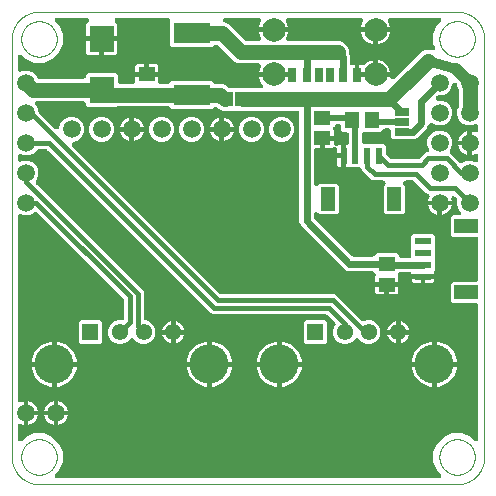
<source format=gtl>
G04 EAGLE Gerber RS-274X export*
G75*
%MOMM*%
%FSLAX34Y34*%
%LPD*%
%INTop layer*%
%IPPOS*%
%AMOC8*
5,1,8,0,0,1.08239X$1,22.5*%
G01*
G04 Define Apertures*
%ADD10C,0.000000*%
%ADD11R,1.380000X1.380000*%
%ADD12C,1.380000*%
%ADD13C,3.316000*%
%ADD14C,1.500000*%
%ADD15R,0.700000X1.200000*%
%ADD16R,0.760000X1.200000*%
%ADD17R,0.800000X1.200000*%
%ADD18C,2.010000*%
%ADD19R,3.150000X1.780000*%
%ADD20R,2.123900X2.284100*%
%ADD21R,1.200000X2.000000*%
%ADD22R,0.600000X1.350000*%
%ADD23R,1.465300X1.164600*%
%ADD24R,2.000000X1.200000*%
%ADD25R,1.350000X0.600000*%
%ADD26R,0.635000X1.270000*%
%ADD27R,1.270000X0.635000*%
%ADD28R,1.164600X1.465300*%
%ADD29C,0.812800*%
%ADD30C,1.270000*%
%ADD31C,0.609600*%
%ADD32C,1.016000*%
%ADD33C,0.508000*%
%ADD34C,0.406400*%
%ADD35C,0.704800*%
%ADD36C,0.152400*%
G36*
X211394Y335314D02*
X210601Y335153D01*
X185074Y335153D01*
X184312Y335302D01*
X183638Y335748D01*
X181969Y337417D01*
X178514Y338848D01*
X172804Y338848D01*
X172042Y338997D01*
X171367Y339443D01*
X169413Y341398D01*
X135387Y341398D01*
X133433Y339443D01*
X132788Y339009D01*
X131996Y338848D01*
X126199Y338848D01*
X125466Y338985D01*
X124785Y339420D01*
X124327Y340087D01*
X124167Y340880D01*
X124167Y345099D01*
X104434Y345099D01*
X104434Y340880D01*
X104297Y340148D01*
X103861Y339466D01*
X103194Y339009D01*
X102402Y338848D01*
X91900Y338848D01*
X91167Y338985D01*
X90486Y339420D01*
X90028Y340087D01*
X89868Y340880D01*
X89868Y346642D01*
X88082Y348428D01*
X64318Y348428D01*
X62533Y346642D01*
X62533Y345389D01*
X62396Y344657D01*
X61960Y343975D01*
X61293Y343518D01*
X60501Y343357D01*
X23260Y343357D01*
X22512Y343500D01*
X21835Y343941D01*
X21383Y344611D01*
X20942Y345675D01*
X17975Y348642D01*
X14098Y350248D01*
X9902Y350248D01*
X7890Y349415D01*
X7177Y349261D01*
X6380Y349396D01*
X5698Y349832D01*
X5241Y350499D01*
X5080Y351292D01*
X5080Y361617D01*
X5205Y362319D01*
X5630Y363007D01*
X6290Y363475D01*
X7080Y363649D01*
X7875Y363500D01*
X8549Y363054D01*
X11626Y359977D01*
X19006Y356920D01*
X26994Y356920D01*
X34374Y359977D01*
X40023Y365626D01*
X43080Y373006D01*
X43080Y380994D01*
X40023Y388374D01*
X36946Y391451D01*
X36538Y392036D01*
X36352Y392823D01*
X36488Y393621D01*
X36924Y394302D01*
X37591Y394759D01*
X38383Y394920D01*
X63341Y394920D01*
X64043Y394795D01*
X64732Y394370D01*
X65199Y393710D01*
X65373Y392920D01*
X65225Y392125D01*
X64778Y391451D01*
X63041Y389714D01*
X63041Y379273D01*
X89360Y379273D01*
X89360Y389714D01*
X87622Y391451D01*
X87214Y392036D01*
X87028Y392823D01*
X87163Y393621D01*
X87599Y394302D01*
X88266Y394759D01*
X89059Y394920D01*
X131704Y394920D01*
X132406Y394795D01*
X133094Y394370D01*
X133562Y393710D01*
X133736Y392920D01*
X133602Y392204D01*
X133602Y371587D01*
X135387Y369802D01*
X169413Y369802D01*
X171367Y371757D01*
X172012Y372191D01*
X172804Y372352D01*
X173066Y372352D01*
X173828Y372203D01*
X174502Y371757D01*
X188467Y357793D01*
X191921Y356362D01*
X208858Y356362D01*
X209576Y356231D01*
X210260Y355801D01*
X210723Y355137D01*
X210890Y354346D01*
X210736Y353552D01*
X209005Y349374D01*
X209005Y348902D01*
X223627Y348902D01*
X223627Y344838D01*
X209005Y344838D01*
X209005Y344366D01*
X210922Y339738D01*
X212038Y338622D01*
X212446Y338037D01*
X212632Y337250D01*
X212497Y336453D01*
X212061Y335771D01*
X211394Y335314D01*
G37*
%LPC*%
G36*
X78232Y363281D02*
X87872Y363281D01*
X89360Y364768D01*
X89360Y375209D01*
X78232Y375209D01*
X78232Y363281D01*
G37*
G36*
X64528Y363281D02*
X74168Y363281D01*
X74168Y375209D01*
X63041Y375209D01*
X63041Y364768D01*
X64528Y363281D01*
G37*
G36*
X104434Y349163D02*
X112268Y349163D01*
X112268Y355494D01*
X105921Y355494D01*
X104434Y354006D01*
X104434Y349163D01*
G37*
G36*
X116332Y349163D02*
X124167Y349163D01*
X124167Y354006D01*
X122679Y355494D01*
X116332Y355494D01*
X116332Y349163D01*
G37*
%LPD*%
G36*
X323469Y343139D02*
X322682Y342952D01*
X321885Y343088D01*
X321203Y343524D01*
X320746Y344191D01*
X320615Y344838D01*
X305963Y344838D01*
X305963Y359460D01*
X305491Y359460D01*
X300863Y357543D01*
X298525Y355205D01*
X297881Y354771D01*
X297088Y354610D01*
X294327Y354610D01*
X294327Y344038D01*
X290263Y344038D01*
X290263Y354610D01*
X288123Y354610D01*
X287391Y354747D01*
X286709Y355182D01*
X286252Y355849D01*
X286091Y356642D01*
X286091Y363203D01*
X285778Y363959D01*
X285623Y364737D01*
X285623Y367629D01*
X284192Y371084D01*
X281549Y373727D01*
X278094Y375158D01*
X234241Y375158D01*
X233523Y375289D01*
X232839Y375719D01*
X232376Y376383D01*
X232209Y377174D01*
X232363Y377968D01*
X234185Y382366D01*
X234185Y382838D01*
X209005Y382838D01*
X209005Y382366D01*
X210827Y377968D01*
X210980Y377255D01*
X210845Y376458D01*
X210409Y375776D01*
X209742Y375319D01*
X208949Y375158D01*
X198524Y375158D01*
X197762Y375307D01*
X197088Y375753D01*
X183124Y389717D01*
X180001Y391011D01*
X179412Y391384D01*
X178934Y392036D01*
X178748Y392823D01*
X178883Y393621D01*
X179319Y394302D01*
X179986Y394759D01*
X180779Y394920D01*
X209089Y394920D01*
X209807Y394789D01*
X210492Y394359D01*
X210954Y393695D01*
X211121Y392904D01*
X210967Y392110D01*
X209005Y387374D01*
X209005Y386902D01*
X234185Y386902D01*
X234185Y387374D01*
X232223Y392110D01*
X232070Y392823D01*
X232205Y393621D01*
X232641Y394302D01*
X233308Y394759D01*
X234101Y394920D01*
X295489Y394920D01*
X296207Y394789D01*
X296892Y394359D01*
X297354Y393695D01*
X297521Y392904D01*
X297367Y392110D01*
X295405Y387374D01*
X295405Y386902D01*
X320585Y386902D01*
X320585Y387374D01*
X318623Y392110D01*
X318470Y392823D01*
X318605Y393621D01*
X319041Y394302D01*
X319708Y394759D01*
X320501Y394920D01*
X361617Y394920D01*
X362319Y394795D01*
X363007Y394370D01*
X363475Y393710D01*
X363649Y392920D01*
X363500Y392125D01*
X363054Y391451D01*
X359977Y388374D01*
X356920Y380994D01*
X356920Y373006D01*
X358104Y370148D01*
X358257Y369451D01*
X358128Y368653D01*
X357697Y367968D01*
X357034Y367505D01*
X356243Y367338D01*
X355449Y367493D01*
X354256Y367987D01*
X350517Y367987D01*
X347063Y366556D01*
X324054Y343547D01*
X323469Y343139D01*
G37*
%LPC*%
G36*
X305491Y372280D02*
X305963Y372280D01*
X305963Y382838D01*
X295405Y382838D01*
X295405Y382366D01*
X297322Y377738D01*
X300863Y374197D01*
X305491Y372280D01*
G37*
G36*
X310027Y372280D02*
X310499Y372280D01*
X315127Y374197D01*
X318668Y377738D01*
X320585Y382366D01*
X320585Y382838D01*
X310027Y382838D01*
X310027Y372280D01*
G37*
G36*
X310027Y348902D02*
X320585Y348902D01*
X320585Y349374D01*
X318668Y354002D01*
X315127Y357543D01*
X310499Y359460D01*
X310027Y359460D01*
X310027Y348902D01*
G37*
%LPD*%
G36*
X381044Y271954D02*
X380254Y271780D01*
X379459Y271929D01*
X378784Y272375D01*
X371175Y279984D01*
X370754Y280599D01*
X370580Y281389D01*
X370729Y282184D01*
X371175Y282858D01*
X371242Y282925D01*
X372848Y286802D01*
X372848Y290998D01*
X371242Y294875D01*
X368275Y297842D01*
X364398Y299448D01*
X360202Y299448D01*
X356325Y297842D01*
X353358Y294875D01*
X351752Y290998D01*
X351752Y286802D01*
X353030Y283716D01*
X353184Y283003D01*
X353048Y282206D01*
X352613Y281524D01*
X351946Y281067D01*
X351840Y281046D01*
X349636Y280133D01*
X345594Y276090D01*
X344949Y275656D01*
X344157Y275495D01*
X321571Y275495D01*
X320808Y275644D01*
X320134Y276090D01*
X317553Y278671D01*
X317119Y279315D01*
X316958Y280108D01*
X316958Y286143D01*
X315173Y287928D01*
X298530Y287928D01*
X297798Y288065D01*
X297116Y288500D01*
X296659Y289167D01*
X296498Y289960D01*
X296498Y296204D01*
X296635Y296936D01*
X297070Y297617D01*
X297737Y298075D01*
X298530Y298236D01*
X312385Y298236D01*
X314671Y300522D01*
X315315Y300956D01*
X316108Y301117D01*
X318770Y301117D01*
X319503Y300980D01*
X320184Y300545D01*
X320641Y299878D01*
X320802Y299085D01*
X320802Y294139D01*
X322587Y292354D01*
X338156Y292354D01*
X338781Y292481D01*
X341065Y292481D01*
X343305Y293409D01*
X351878Y301982D01*
X352885Y304412D01*
X352931Y304673D01*
X353356Y305362D01*
X354016Y305829D01*
X354806Y306003D01*
X355601Y305855D01*
X356275Y305408D01*
X356325Y305358D01*
X360202Y303752D01*
X364398Y303752D01*
X368275Y305358D01*
X371242Y308325D01*
X372848Y312202D01*
X372848Y316398D01*
X371242Y320275D01*
X368275Y323242D01*
X364398Y324848D01*
X360975Y324848D01*
X360273Y324973D01*
X359584Y325398D01*
X359117Y326058D01*
X358943Y326848D01*
X359091Y327643D01*
X359538Y328317D01*
X359778Y328557D01*
X360422Y328991D01*
X361215Y329152D01*
X364398Y329152D01*
X368275Y330758D01*
X371242Y333725D01*
X372848Y337602D01*
X372848Y338152D01*
X372973Y338854D01*
X373398Y339542D01*
X374058Y340010D01*
X374848Y340183D01*
X375643Y340035D01*
X376317Y339588D01*
X376557Y339348D01*
X376991Y338704D01*
X377152Y337912D01*
X377152Y337602D01*
X378147Y335199D01*
X378302Y334421D01*
X378302Y319579D01*
X378147Y318801D01*
X377152Y316398D01*
X377152Y312202D01*
X378758Y308325D01*
X381725Y305358D01*
X385602Y303752D01*
X389798Y303752D01*
X392110Y304710D01*
X392823Y304863D01*
X393621Y304728D01*
X394302Y304292D01*
X394759Y303625D01*
X394920Y302832D01*
X394920Y299818D01*
X394789Y299100D01*
X394359Y298416D01*
X393695Y297953D01*
X392904Y297786D01*
X392110Y297940D01*
X389732Y298926D01*
X389732Y278874D01*
X392110Y279860D01*
X392823Y280013D01*
X393621Y279878D01*
X394302Y279442D01*
X394759Y278775D01*
X394920Y277982D01*
X394920Y274968D01*
X394789Y274250D01*
X394359Y273566D01*
X393695Y273103D01*
X392904Y272936D01*
X392110Y273090D01*
X389798Y274048D01*
X385602Y274048D01*
X381725Y272442D01*
X381658Y272375D01*
X381044Y271954D01*
G37*
%LPC*%
G36*
X377674Y290932D02*
X385668Y290932D01*
X385668Y298926D01*
X382013Y297412D01*
X379188Y294587D01*
X377674Y290932D01*
G37*
G36*
X382013Y280388D02*
X385668Y278874D01*
X385668Y286868D01*
X377674Y286868D01*
X379188Y283213D01*
X382013Y280388D01*
G37*
%LPD*%
G36*
X362409Y5241D02*
X361617Y5080D01*
X38383Y5080D01*
X37681Y5205D01*
X36993Y5630D01*
X36525Y6290D01*
X36351Y7080D01*
X36500Y7875D01*
X36946Y8549D01*
X40023Y11626D01*
X43080Y19006D01*
X43080Y26994D01*
X40023Y34374D01*
X34374Y40023D01*
X26994Y43080D01*
X19006Y43080D01*
X11626Y40023D01*
X8549Y36946D01*
X7964Y36538D01*
X7177Y36352D01*
X6380Y36488D01*
X5698Y36924D01*
X5241Y37591D01*
X5080Y38383D01*
X5080Y49258D01*
X5211Y49975D01*
X5641Y50660D01*
X6305Y51123D01*
X7096Y51290D01*
X7890Y51135D01*
X9968Y50274D01*
X9968Y70326D01*
X7890Y69465D01*
X7177Y69311D01*
X6380Y69447D01*
X5698Y69882D01*
X5241Y70549D01*
X5080Y71342D01*
X5080Y226508D01*
X5211Y227226D01*
X5641Y227910D01*
X6305Y228373D01*
X7096Y228540D01*
X7890Y228386D01*
X9902Y227552D01*
X14098Y227552D01*
X17975Y229158D01*
X18852Y230035D01*
X19467Y230456D01*
X20256Y230630D01*
X21051Y230481D01*
X21726Y230035D01*
X94180Y157581D01*
X94614Y156936D01*
X94775Y156144D01*
X94775Y140680D01*
X94638Y139948D01*
X94203Y139266D01*
X93536Y138809D01*
X92743Y138648D01*
X89621Y138648D01*
X85965Y137134D01*
X83166Y134335D01*
X81652Y130679D01*
X81652Y126721D01*
X83166Y123065D01*
X85965Y120266D01*
X89621Y118752D01*
X93579Y118752D01*
X97235Y120266D01*
X100163Y123195D01*
X100778Y123616D01*
X101568Y123789D01*
X102363Y123641D01*
X103037Y123195D01*
X105965Y120266D01*
X109621Y118752D01*
X113579Y118752D01*
X117235Y120266D01*
X120034Y123065D01*
X121548Y126721D01*
X121548Y130679D01*
X120034Y134335D01*
X117235Y137134D01*
X113377Y138732D01*
X113093Y138785D01*
X112411Y139220D01*
X111954Y139887D01*
X111793Y140680D01*
X111793Y162415D01*
X111020Y164282D01*
X20796Y254505D01*
X20375Y255120D01*
X20201Y255910D01*
X20350Y256705D01*
X20796Y257379D01*
X20942Y257525D01*
X22548Y261402D01*
X22548Y265598D01*
X20942Y269475D01*
X17975Y272442D01*
X14098Y274048D01*
X9902Y274048D01*
X7890Y273215D01*
X7177Y273061D01*
X6380Y273196D01*
X5698Y273632D01*
X5241Y274299D01*
X5080Y275092D01*
X5080Y277308D01*
X5211Y278026D01*
X5641Y278710D01*
X6305Y279173D01*
X7096Y279340D01*
X7890Y279186D01*
X9902Y278352D01*
X14098Y278352D01*
X17975Y279958D01*
X21196Y283179D01*
X21211Y283202D01*
X21878Y283659D01*
X22671Y283820D01*
X28739Y283820D01*
X29502Y283671D01*
X30176Y283225D01*
X168482Y144918D01*
X170350Y144145D01*
X265659Y144145D01*
X266422Y143996D01*
X267096Y143550D01*
X273552Y137094D01*
X273973Y136480D01*
X274147Y135690D01*
X273998Y134895D01*
X273731Y134491D01*
X272152Y130679D01*
X272152Y126721D01*
X273666Y123065D01*
X276465Y120266D01*
X280121Y118752D01*
X284079Y118752D01*
X287735Y120266D01*
X290663Y123195D01*
X291278Y123616D01*
X292068Y123789D01*
X292863Y123641D01*
X293537Y123195D01*
X296465Y120266D01*
X300121Y118752D01*
X304079Y118752D01*
X307735Y120266D01*
X310534Y123065D01*
X312048Y126721D01*
X312048Y130679D01*
X310534Y134335D01*
X307735Y137134D01*
X304079Y138648D01*
X300121Y138648D01*
X298834Y138115D01*
X298088Y137960D01*
X297293Y138108D01*
X296619Y138555D01*
X274658Y160517D01*
X272790Y161290D01*
X177241Y161290D01*
X176479Y161439D01*
X175805Y161885D01*
X51352Y286338D01*
X50944Y286923D01*
X50757Y287710D01*
X50893Y288508D01*
X51329Y289189D01*
X51996Y289646D01*
X52788Y289807D01*
X52898Y289807D01*
X56775Y291413D01*
X59742Y294380D01*
X61348Y298257D01*
X61348Y302453D01*
X59742Y306330D01*
X56775Y309297D01*
X52898Y310903D01*
X48702Y310903D01*
X44825Y309297D01*
X41858Y306330D01*
X40252Y302453D01*
X40252Y302343D01*
X40127Y301641D01*
X39702Y300953D01*
X39042Y300485D01*
X38252Y300312D01*
X37457Y300460D01*
X36783Y300907D01*
X23143Y314547D01*
X22709Y315191D01*
X22548Y315983D01*
X22548Y316398D01*
X20942Y320275D01*
X20125Y321092D01*
X19717Y321677D01*
X19531Y322464D01*
X19666Y323262D01*
X20102Y323943D01*
X20769Y324400D01*
X21562Y324561D01*
X60501Y324561D01*
X61233Y324424D01*
X61914Y323989D01*
X62372Y323322D01*
X62533Y322529D01*
X62533Y321276D01*
X64318Y319491D01*
X88098Y319491D01*
X88693Y319891D01*
X89485Y320052D01*
X131996Y320052D01*
X132758Y319903D01*
X133433Y319457D01*
X135387Y317502D01*
X169413Y317502D01*
X170921Y319010D01*
X171535Y319431D01*
X172325Y319605D01*
X173120Y319457D01*
X173794Y319010D01*
X175016Y317788D01*
X178471Y316357D01*
X241467Y316357D01*
X242200Y316220D01*
X242881Y315785D01*
X243338Y315118D01*
X243499Y314325D01*
X243499Y221632D01*
X244427Y219392D01*
X282433Y181386D01*
X284673Y180458D01*
X305294Y180458D01*
X306057Y180309D01*
X306731Y179863D01*
X307716Y178878D01*
X308138Y178263D01*
X308311Y177473D01*
X308163Y176678D01*
X307716Y176004D01*
X307634Y175921D01*
X307634Y171078D01*
X327367Y171078D01*
X327367Y175921D01*
X327352Y175935D01*
X326944Y176520D01*
X326758Y177307D01*
X326894Y178105D01*
X327330Y178786D01*
X327997Y179243D01*
X328789Y179404D01*
X336848Y179404D01*
X337581Y179267D01*
X338262Y178832D01*
X338719Y178165D01*
X338848Y177532D01*
X357460Y177532D01*
X357460Y179888D01*
X357609Y180650D01*
X357968Y181193D01*
X357968Y209763D01*
X356183Y211548D01*
X340157Y211548D01*
X338372Y209763D01*
X338372Y193628D01*
X338235Y192896D01*
X337800Y192214D01*
X337133Y191757D01*
X336340Y191596D01*
X329907Y191596D01*
X329174Y191733D01*
X328493Y192168D01*
X328035Y192835D01*
X327875Y193628D01*
X327875Y193640D01*
X326089Y195425D01*
X308911Y195425D01*
X306731Y193245D01*
X306087Y192811D01*
X305294Y192650D01*
X289253Y192650D01*
X288490Y192799D01*
X287816Y193245D01*
X256286Y224775D01*
X255852Y225419D01*
X255691Y226212D01*
X255691Y228383D01*
X255816Y229085D01*
X256241Y229773D01*
X256901Y230241D01*
X257691Y230415D01*
X258486Y230266D01*
X259160Y229820D01*
X260647Y228332D01*
X275173Y228332D01*
X276958Y230117D01*
X276958Y252643D01*
X275173Y254428D01*
X260647Y254428D01*
X259160Y252940D01*
X258575Y252532D01*
X257788Y252346D01*
X256991Y252482D01*
X256309Y252918D01*
X255852Y253585D01*
X255691Y254377D01*
X255691Y282476D01*
X255828Y283209D01*
X256263Y283890D01*
X256930Y284347D01*
X257723Y284508D01*
X260858Y284508D01*
X260858Y294903D01*
X272757Y294903D01*
X272757Y299746D01*
X272674Y299829D01*
X272252Y300444D01*
X272079Y301233D01*
X272227Y302028D01*
X272674Y302703D01*
X273387Y303416D01*
X273401Y303492D01*
X273837Y304173D01*
X274504Y304630D01*
X275297Y304791D01*
X276888Y304791D01*
X277621Y304654D01*
X278302Y304219D01*
X278759Y303552D01*
X278920Y302759D01*
X278920Y300021D01*
X280705Y298236D01*
X283290Y298236D01*
X284023Y298099D01*
X284704Y297663D01*
X285161Y296996D01*
X285322Y296204D01*
X285322Y289452D01*
X285185Y288720D01*
X284750Y288038D01*
X284083Y287581D01*
X283290Y287420D01*
X282942Y287420D01*
X282942Y268840D01*
X285298Y268840D01*
X286060Y268691D01*
X286603Y268332D01*
X294200Y268332D01*
X294948Y268189D01*
X295625Y267748D01*
X296077Y267078D01*
X296603Y265807D01*
X304462Y257948D01*
X306330Y257175D01*
X314489Y257175D01*
X315191Y257050D01*
X315879Y256625D01*
X316347Y255965D01*
X316521Y255175D01*
X316372Y254380D01*
X315926Y253706D01*
X314862Y252643D01*
X314862Y230117D01*
X316647Y228332D01*
X331173Y228332D01*
X332958Y230117D01*
X332958Y252643D01*
X331894Y253706D01*
X331486Y254291D01*
X331300Y255078D01*
X331436Y255876D01*
X331872Y256557D01*
X332539Y257014D01*
X333331Y257175D01*
X339319Y257175D01*
X340082Y257026D01*
X340756Y256580D01*
X350817Y246518D01*
X352442Y245846D01*
X353066Y245439D01*
X353529Y244776D01*
X353696Y243985D01*
X353541Y243191D01*
X352274Y240132D01*
X372326Y240132D01*
X371880Y241207D01*
X371728Y241887D01*
X371851Y242687D01*
X372276Y243375D01*
X372935Y243843D01*
X373725Y244016D01*
X374520Y243868D01*
X375194Y243421D01*
X376563Y242053D01*
X376991Y241422D01*
X377158Y240631D01*
X377152Y240601D01*
X377152Y236002D01*
X378758Y232125D01*
X379866Y231017D01*
X380274Y230432D01*
X380460Y229645D01*
X380325Y228848D01*
X379889Y228166D01*
X379222Y227709D01*
X378429Y227548D01*
X373657Y227548D01*
X371872Y225763D01*
X371872Y211237D01*
X373657Y209452D01*
X392888Y209452D01*
X393621Y209315D01*
X394302Y208880D01*
X394759Y208213D01*
X394920Y207420D01*
X394920Y173580D01*
X394783Y172848D01*
X394348Y172166D01*
X393681Y171709D01*
X392888Y171548D01*
X373657Y171548D01*
X371872Y169763D01*
X371872Y155237D01*
X373657Y153452D01*
X392888Y153452D01*
X393621Y153315D01*
X394302Y152880D01*
X394759Y152213D01*
X394920Y151420D01*
X394920Y38383D01*
X394795Y37681D01*
X394370Y36993D01*
X393710Y36525D01*
X392920Y36351D01*
X392125Y36500D01*
X391451Y36946D01*
X388374Y40023D01*
X380994Y43080D01*
X373006Y43080D01*
X365626Y40023D01*
X359977Y34374D01*
X356920Y26994D01*
X356920Y19006D01*
X359977Y11626D01*
X363054Y8549D01*
X363462Y7964D01*
X363648Y7177D01*
X363512Y6380D01*
X363076Y5698D01*
X362409Y5241D01*
G37*
%LPC*%
G36*
X150302Y289807D02*
X154498Y289807D01*
X158375Y291413D01*
X161342Y294380D01*
X162948Y298257D01*
X162948Y302453D01*
X161342Y306330D01*
X158375Y309297D01*
X154498Y310903D01*
X150302Y310903D01*
X146425Y309297D01*
X143458Y306330D01*
X141852Y302453D01*
X141852Y298257D01*
X143458Y294380D01*
X146425Y291413D01*
X150302Y289807D01*
G37*
G36*
X201102Y289807D02*
X205298Y289807D01*
X209175Y291413D01*
X212142Y294380D01*
X213748Y298257D01*
X213748Y302453D01*
X212142Y306330D01*
X209175Y309297D01*
X205298Y310903D01*
X201102Y310903D01*
X197225Y309297D01*
X194258Y306330D01*
X192652Y302453D01*
X192652Y298257D01*
X194258Y294380D01*
X197225Y291413D01*
X201102Y289807D01*
G37*
G36*
X124902Y289807D02*
X129098Y289807D01*
X132975Y291413D01*
X135942Y294380D01*
X137548Y298257D01*
X137548Y302453D01*
X135942Y306330D01*
X132975Y309297D01*
X129098Y310903D01*
X124902Y310903D01*
X121025Y309297D01*
X118058Y306330D01*
X116452Y302453D01*
X116452Y298257D01*
X118058Y294380D01*
X121025Y291413D01*
X124902Y289807D01*
G37*
G36*
X74102Y289807D02*
X78298Y289807D01*
X82175Y291413D01*
X85142Y294380D01*
X86748Y298257D01*
X86748Y302453D01*
X85142Y306330D01*
X82175Y309297D01*
X78298Y310903D01*
X74102Y310903D01*
X70225Y309297D01*
X67258Y306330D01*
X65652Y302453D01*
X65652Y298257D01*
X67258Y294380D01*
X70225Y291413D01*
X74102Y289807D01*
G37*
G36*
X226502Y289807D02*
X230698Y289807D01*
X234575Y291413D01*
X237542Y294380D01*
X239148Y298257D01*
X239148Y302453D01*
X237542Y306330D01*
X234575Y309297D01*
X230698Y310903D01*
X226502Y310903D01*
X222625Y309297D01*
X219658Y306330D01*
X218052Y302453D01*
X218052Y298257D01*
X219658Y294380D01*
X222625Y291413D01*
X226502Y289807D01*
G37*
G36*
X179832Y302387D02*
X187826Y302387D01*
X186312Y306042D01*
X183487Y308867D01*
X179832Y310381D01*
X179832Y302387D01*
G37*
G36*
X167774Y302387D02*
X175768Y302387D01*
X175768Y310381D01*
X172113Y308867D01*
X169288Y306042D01*
X167774Y302387D01*
G37*
G36*
X103632Y302387D02*
X111626Y302387D01*
X110112Y306042D01*
X107287Y308867D01*
X103632Y310381D01*
X103632Y302387D01*
G37*
G36*
X91574Y302387D02*
X99568Y302387D01*
X99568Y310381D01*
X95913Y308867D01*
X93088Y306042D01*
X91574Y302387D01*
G37*
G36*
X95913Y291843D02*
X99568Y290329D01*
X99568Y298323D01*
X91574Y298323D01*
X93088Y294668D01*
X95913Y291843D01*
G37*
G36*
X172113Y291843D02*
X175768Y290329D01*
X175768Y298323D01*
X167774Y298323D01*
X169288Y294668D01*
X172113Y291843D01*
G37*
G36*
X179832Y298323D02*
X179832Y290329D01*
X183487Y291843D01*
X186312Y294668D01*
X187826Y298323D01*
X179832Y298323D01*
G37*
G36*
X103632Y298323D02*
X103632Y290329D01*
X107287Y291843D01*
X110112Y294668D01*
X111626Y298323D01*
X103632Y298323D01*
G37*
G36*
X275370Y280162D02*
X278878Y280162D01*
X278878Y287420D01*
X276858Y287420D01*
X276225Y286787D01*
X275640Y286379D01*
X274853Y286193D01*
X274056Y286329D01*
X273375Y286765D01*
X272917Y287432D01*
X272757Y288224D01*
X272757Y290839D01*
X264922Y290839D01*
X264922Y284508D01*
X271269Y284508D01*
X271901Y285141D01*
X272486Y285549D01*
X273273Y285735D01*
X274071Y285599D01*
X274752Y285163D01*
X275209Y284496D01*
X275370Y283704D01*
X275370Y280162D01*
G37*
G36*
X276858Y268840D02*
X278878Y268840D01*
X278878Y276098D01*
X275370Y276098D01*
X275370Y270328D01*
X276858Y268840D01*
G37*
G36*
X364332Y236068D02*
X364332Y228074D01*
X367987Y229588D01*
X370812Y232413D01*
X372326Y236068D01*
X364332Y236068D01*
G37*
G36*
X356613Y229588D02*
X360268Y228074D01*
X360268Y236068D01*
X352274Y236068D01*
X353788Y232413D01*
X356613Y229588D01*
G37*
G36*
X350202Y169960D02*
X355972Y169960D01*
X357460Y171448D01*
X357460Y173468D01*
X350202Y173468D01*
X350202Y169960D01*
G37*
G36*
X340368Y169960D02*
X346138Y169960D01*
X346138Y173468D01*
X338880Y173468D01*
X338880Y171448D01*
X340368Y169960D01*
G37*
G36*
X309121Y160683D02*
X315468Y160683D01*
X315468Y167014D01*
X307634Y167014D01*
X307634Y162171D01*
X309121Y160683D01*
G37*
G36*
X319532Y160683D02*
X325879Y160683D01*
X327367Y162171D01*
X327367Y167014D01*
X319532Y167014D01*
X319532Y160683D01*
G37*
G36*
X248937Y118752D02*
X265263Y118752D01*
X267048Y120537D01*
X267048Y136863D01*
X265263Y138648D01*
X248937Y138648D01*
X247152Y136863D01*
X247152Y120537D01*
X248937Y118752D01*
G37*
G36*
X58437Y118752D02*
X74763Y118752D01*
X76548Y120537D01*
X76548Y136863D01*
X74763Y138648D01*
X58437Y138648D01*
X56652Y136863D01*
X56652Y120537D01*
X58437Y118752D01*
G37*
G36*
X127224Y130732D02*
X134568Y130732D01*
X134568Y138076D01*
X131253Y136703D01*
X128597Y134047D01*
X127224Y130732D01*
G37*
G36*
X138632Y130732D02*
X145976Y130732D01*
X144603Y134047D01*
X141947Y136703D01*
X138632Y138076D01*
X138632Y130732D01*
G37*
G36*
X317724Y130732D02*
X325068Y130732D01*
X325068Y138076D01*
X321753Y136703D01*
X319097Y134047D01*
X317724Y130732D01*
G37*
G36*
X329132Y130732D02*
X336476Y130732D01*
X335103Y134047D01*
X332447Y136703D01*
X329132Y138076D01*
X329132Y130732D01*
G37*
G36*
X131253Y120697D02*
X134568Y119324D01*
X134568Y126668D01*
X127224Y126668D01*
X128597Y123353D01*
X131253Y120697D01*
G37*
G36*
X329132Y126668D02*
X329132Y119324D01*
X332447Y120697D01*
X335103Y123353D01*
X336476Y126668D01*
X329132Y126668D01*
G37*
G36*
X321753Y120697D02*
X325068Y119324D01*
X325068Y126668D01*
X317724Y126668D01*
X319097Y123353D01*
X321753Y120697D01*
G37*
G36*
X138632Y126668D02*
X138632Y119324D01*
X141947Y120697D01*
X144603Y123353D01*
X145976Y126668D01*
X138632Y126668D01*
G37*
G36*
X37932Y103632D02*
X55020Y103632D01*
X55020Y105403D01*
X52109Y112431D01*
X46731Y117809D01*
X39703Y120720D01*
X37932Y120720D01*
X37932Y103632D01*
G37*
G36*
X359832Y103632D02*
X376920Y103632D01*
X376920Y105403D01*
X374009Y112431D01*
X368631Y117809D01*
X361603Y120720D01*
X359832Y120720D01*
X359832Y103632D01*
G37*
G36*
X16780Y103632D02*
X33868Y103632D01*
X33868Y120720D01*
X32097Y120720D01*
X25069Y117809D01*
X19691Y112431D01*
X16780Y105403D01*
X16780Y103632D01*
G37*
G36*
X148180Y103632D02*
X165268Y103632D01*
X165268Y120720D01*
X163497Y120720D01*
X156469Y117809D01*
X151091Y112431D01*
X148180Y105403D01*
X148180Y103632D01*
G37*
G36*
X338680Y103632D02*
X355768Y103632D01*
X355768Y120720D01*
X353997Y120720D01*
X346969Y117809D01*
X341591Y112431D01*
X338680Y105403D01*
X338680Y103632D01*
G37*
G36*
X207280Y103632D02*
X224368Y103632D01*
X224368Y120720D01*
X222597Y120720D01*
X215569Y117809D01*
X210191Y112431D01*
X207280Y105403D01*
X207280Y103632D01*
G37*
G36*
X169332Y103632D02*
X186420Y103632D01*
X186420Y105403D01*
X183509Y112431D01*
X178131Y117809D01*
X171103Y120720D01*
X169332Y120720D01*
X169332Y103632D01*
G37*
G36*
X228432Y103632D02*
X245520Y103632D01*
X245520Y105403D01*
X242609Y112431D01*
X237231Y117809D01*
X230203Y120720D01*
X228432Y120720D01*
X228432Y103632D01*
G37*
G36*
X359832Y82480D02*
X361603Y82480D01*
X368631Y85391D01*
X374009Y90769D01*
X376920Y97797D01*
X376920Y99568D01*
X359832Y99568D01*
X359832Y82480D01*
G37*
G36*
X353997Y82480D02*
X355768Y82480D01*
X355768Y99568D01*
X338680Y99568D01*
X338680Y97797D01*
X341591Y90769D01*
X346969Y85391D01*
X353997Y82480D01*
G37*
G36*
X228432Y82480D02*
X230203Y82480D01*
X237231Y85391D01*
X242609Y90769D01*
X245520Y97797D01*
X245520Y99568D01*
X228432Y99568D01*
X228432Y82480D01*
G37*
G36*
X222597Y82480D02*
X224368Y82480D01*
X224368Y99568D01*
X207280Y99568D01*
X207280Y97797D01*
X210191Y90769D01*
X215569Y85391D01*
X222597Y82480D01*
G37*
G36*
X169332Y82480D02*
X171103Y82480D01*
X178131Y85391D01*
X183509Y90769D01*
X186420Y97797D01*
X186420Y99568D01*
X169332Y99568D01*
X169332Y82480D01*
G37*
G36*
X163497Y82480D02*
X165268Y82480D01*
X165268Y99568D01*
X148180Y99568D01*
X148180Y97797D01*
X151091Y90769D01*
X156469Y85391D01*
X163497Y82480D01*
G37*
G36*
X37932Y82480D02*
X39703Y82480D01*
X46731Y85391D01*
X52109Y90769D01*
X55020Y97797D01*
X55020Y99568D01*
X37932Y99568D01*
X37932Y82480D01*
G37*
G36*
X32097Y82480D02*
X33868Y82480D01*
X33868Y99568D01*
X16780Y99568D01*
X16780Y97797D01*
X19691Y90769D01*
X25069Y85391D01*
X32097Y82480D01*
G37*
G36*
X14032Y62332D02*
X22026Y62332D01*
X20512Y65987D01*
X17687Y68812D01*
X14032Y70326D01*
X14032Y62332D01*
G37*
G36*
X27374Y62332D02*
X35368Y62332D01*
X35368Y70326D01*
X31713Y68812D01*
X28888Y65987D01*
X27374Y62332D01*
G37*
G36*
X39432Y62332D02*
X47426Y62332D01*
X45912Y65987D01*
X43087Y68812D01*
X39432Y70326D01*
X39432Y62332D01*
G37*
G36*
X14032Y58268D02*
X14032Y50274D01*
X17687Y51788D01*
X20512Y54613D01*
X22026Y58268D01*
X14032Y58268D01*
G37*
G36*
X39432Y58268D02*
X39432Y50274D01*
X43087Y51788D01*
X45912Y54613D01*
X47426Y58268D01*
X39432Y58268D01*
G37*
G36*
X31713Y51788D02*
X35368Y50274D01*
X35368Y58268D01*
X27374Y58268D01*
X28888Y54613D01*
X31713Y51788D01*
G37*
%LPD*%
D10*
X23000Y400000D02*
X22444Y399993D01*
X21889Y399973D01*
X21334Y399940D01*
X20780Y399893D01*
X20228Y399832D01*
X19677Y399759D01*
X19128Y399672D01*
X18581Y399572D01*
X18037Y399458D01*
X17496Y399332D01*
X16958Y399192D01*
X16423Y399040D01*
X15893Y398874D01*
X15366Y398696D01*
X14844Y398505D01*
X14327Y398302D01*
X13815Y398086D01*
X13308Y397858D01*
X12807Y397618D01*
X12311Y397365D01*
X11822Y397101D01*
X11340Y396825D01*
X10864Y396538D01*
X10396Y396239D01*
X9935Y395929D01*
X9481Y395607D01*
X9035Y395275D01*
X8598Y394933D01*
X8169Y394579D01*
X7748Y394216D01*
X7337Y393842D01*
X6934Y393459D01*
X6541Y393066D01*
X6158Y392663D01*
X5784Y392252D01*
X5421Y391831D01*
X5067Y391402D01*
X4725Y390965D01*
X4393Y390519D01*
X4071Y390065D01*
X3761Y389604D01*
X3462Y389136D01*
X3175Y388660D01*
X2899Y388178D01*
X2635Y387689D01*
X2382Y387193D01*
X2142Y386692D01*
X1914Y386185D01*
X1698Y385673D01*
X1495Y385156D01*
X1304Y384634D01*
X1126Y384107D01*
X960Y383577D01*
X808Y383042D01*
X668Y382504D01*
X542Y381963D01*
X428Y381419D01*
X328Y380872D01*
X241Y380323D01*
X168Y379772D01*
X107Y379220D01*
X60Y378666D01*
X27Y378111D01*
X7Y377556D01*
X0Y377000D01*
X23000Y400000D02*
X377000Y400000D01*
X377556Y399993D01*
X378111Y399973D01*
X378666Y399940D01*
X379220Y399893D01*
X379772Y399832D01*
X380323Y399759D01*
X380872Y399672D01*
X381419Y399572D01*
X381963Y399458D01*
X382504Y399332D01*
X383042Y399192D01*
X383577Y399040D01*
X384107Y398874D01*
X384634Y398696D01*
X385156Y398505D01*
X385673Y398302D01*
X386185Y398086D01*
X386692Y397858D01*
X387193Y397618D01*
X387689Y397365D01*
X388178Y397101D01*
X388660Y396825D01*
X389136Y396538D01*
X389604Y396239D01*
X390065Y395929D01*
X390519Y395607D01*
X390965Y395275D01*
X391402Y394933D01*
X391831Y394579D01*
X392252Y394216D01*
X392663Y393842D01*
X393066Y393459D01*
X393459Y393066D01*
X393842Y392663D01*
X394216Y392252D01*
X394579Y391831D01*
X394933Y391402D01*
X395275Y390965D01*
X395607Y390519D01*
X395929Y390065D01*
X396239Y389604D01*
X396538Y389136D01*
X396825Y388660D01*
X397101Y388178D01*
X397365Y387689D01*
X397618Y387193D01*
X397858Y386692D01*
X398086Y386185D01*
X398302Y385673D01*
X398505Y385156D01*
X398696Y384634D01*
X398874Y384107D01*
X399040Y383577D01*
X399192Y383042D01*
X399332Y382504D01*
X399458Y381963D01*
X399572Y381419D01*
X399672Y380872D01*
X399759Y380323D01*
X399832Y379772D01*
X399893Y379220D01*
X399940Y378666D01*
X399973Y378111D01*
X399993Y377556D01*
X400000Y377000D01*
X400000Y23000D01*
X399993Y22444D01*
X399973Y21889D01*
X399940Y21334D01*
X399893Y20780D01*
X399832Y20228D01*
X399759Y19677D01*
X399672Y19128D01*
X399572Y18581D01*
X399458Y18037D01*
X399332Y17496D01*
X399192Y16958D01*
X399040Y16423D01*
X398874Y15893D01*
X398696Y15366D01*
X398505Y14844D01*
X398302Y14327D01*
X398086Y13815D01*
X397858Y13308D01*
X397618Y12807D01*
X397365Y12311D01*
X397101Y11822D01*
X396825Y11340D01*
X396538Y10864D01*
X396239Y10396D01*
X395929Y9935D01*
X395607Y9481D01*
X395275Y9035D01*
X394933Y8598D01*
X394579Y8169D01*
X394216Y7748D01*
X393842Y7337D01*
X393459Y6934D01*
X393066Y6541D01*
X392663Y6158D01*
X392252Y5784D01*
X391831Y5421D01*
X391402Y5067D01*
X390965Y4725D01*
X390519Y4393D01*
X390065Y4071D01*
X389604Y3761D01*
X389136Y3462D01*
X388660Y3175D01*
X388178Y2899D01*
X387689Y2635D01*
X387193Y2382D01*
X386692Y2142D01*
X386185Y1914D01*
X385673Y1698D01*
X385156Y1495D01*
X384634Y1304D01*
X384107Y1126D01*
X383577Y960D01*
X383042Y808D01*
X382504Y668D01*
X381963Y542D01*
X381419Y428D01*
X380872Y328D01*
X380323Y241D01*
X379772Y168D01*
X379220Y107D01*
X378666Y60D01*
X378111Y27D01*
X377556Y7D01*
X377000Y0D01*
X23000Y0D01*
X22444Y7D01*
X21889Y27D01*
X21334Y60D01*
X20780Y107D01*
X20228Y168D01*
X19677Y241D01*
X19128Y328D01*
X18581Y428D01*
X18037Y542D01*
X17496Y668D01*
X16958Y808D01*
X16423Y960D01*
X15893Y1126D01*
X15366Y1304D01*
X14844Y1495D01*
X14327Y1698D01*
X13815Y1914D01*
X13308Y2142D01*
X12807Y2382D01*
X12311Y2635D01*
X11822Y2899D01*
X11340Y3175D01*
X10864Y3462D01*
X10396Y3761D01*
X9935Y4071D01*
X9481Y4393D01*
X9035Y4725D01*
X8598Y5067D01*
X8169Y5421D01*
X7748Y5784D01*
X7337Y6158D01*
X6934Y6541D01*
X6541Y6934D01*
X6158Y7337D01*
X5784Y7748D01*
X5421Y8169D01*
X5067Y8598D01*
X4725Y9035D01*
X4393Y9481D01*
X4071Y9935D01*
X3761Y10396D01*
X3462Y10864D01*
X3175Y11340D01*
X2899Y11822D01*
X2635Y12311D01*
X2382Y12807D01*
X2142Y13308D01*
X1914Y13815D01*
X1698Y14327D01*
X1495Y14844D01*
X1304Y15366D01*
X1126Y15893D01*
X960Y16423D01*
X808Y16958D01*
X668Y17496D01*
X542Y18037D01*
X428Y18581D01*
X328Y19128D01*
X241Y19677D01*
X168Y20228D01*
X107Y20780D01*
X60Y21334D01*
X27Y21889D01*
X7Y22444D01*
X0Y23000D01*
X0Y377000D01*
D11*
X257100Y128700D03*
D12*
X282100Y128700D03*
X302100Y128700D03*
X327100Y128700D03*
D13*
X226400Y101600D03*
X357800Y101600D03*
D11*
X66600Y128700D03*
D12*
X91600Y128700D03*
X111600Y128700D03*
X136600Y128700D03*
D13*
X35900Y101600D03*
X167300Y101600D03*
D14*
X12000Y339700D03*
X12000Y314300D03*
X12000Y288900D03*
X12000Y263500D03*
X12000Y238100D03*
X12000Y60300D03*
X37400Y60300D03*
X362300Y339700D03*
X387700Y339700D03*
X362300Y314300D03*
X387700Y314300D03*
X362300Y288900D03*
X387700Y288900D03*
X387700Y263500D03*
X362300Y238100D03*
X387700Y238100D03*
D10*
X8000Y23000D02*
X8005Y23368D01*
X8018Y23736D01*
X8041Y24103D01*
X8072Y24470D01*
X8113Y24836D01*
X8162Y25201D01*
X8221Y25564D01*
X8288Y25926D01*
X8364Y26287D01*
X8450Y26645D01*
X8543Y27001D01*
X8646Y27354D01*
X8757Y27705D01*
X8877Y28053D01*
X9005Y28398D01*
X9142Y28740D01*
X9287Y29079D01*
X9440Y29413D01*
X9602Y29744D01*
X9771Y30071D01*
X9949Y30393D01*
X10134Y30712D01*
X10327Y31025D01*
X10528Y31334D01*
X10736Y31637D01*
X10952Y31935D01*
X11175Y32228D01*
X11405Y32516D01*
X11642Y32798D01*
X11886Y33073D01*
X12136Y33343D01*
X12393Y33607D01*
X12657Y33864D01*
X12927Y34114D01*
X13202Y34358D01*
X13484Y34595D01*
X13772Y34825D01*
X14065Y35048D01*
X14363Y35264D01*
X14666Y35472D01*
X14975Y35673D01*
X15288Y35866D01*
X15607Y36051D01*
X15929Y36229D01*
X16256Y36398D01*
X16587Y36560D01*
X16921Y36713D01*
X17260Y36858D01*
X17602Y36995D01*
X17947Y37123D01*
X18295Y37243D01*
X18646Y37354D01*
X18999Y37457D01*
X19355Y37550D01*
X19713Y37636D01*
X20074Y37712D01*
X20436Y37779D01*
X20799Y37838D01*
X21164Y37887D01*
X21530Y37928D01*
X21897Y37959D01*
X22264Y37982D01*
X22632Y37995D01*
X23000Y38000D01*
X23368Y37995D01*
X23736Y37982D01*
X24103Y37959D01*
X24470Y37928D01*
X24836Y37887D01*
X25201Y37838D01*
X25564Y37779D01*
X25926Y37712D01*
X26287Y37636D01*
X26645Y37550D01*
X27001Y37457D01*
X27354Y37354D01*
X27705Y37243D01*
X28053Y37123D01*
X28398Y36995D01*
X28740Y36858D01*
X29079Y36713D01*
X29413Y36560D01*
X29744Y36398D01*
X30071Y36229D01*
X30393Y36051D01*
X30712Y35866D01*
X31025Y35673D01*
X31334Y35472D01*
X31637Y35264D01*
X31935Y35048D01*
X32228Y34825D01*
X32516Y34595D01*
X32798Y34358D01*
X33073Y34114D01*
X33343Y33864D01*
X33607Y33607D01*
X33864Y33343D01*
X34114Y33073D01*
X34358Y32798D01*
X34595Y32516D01*
X34825Y32228D01*
X35048Y31935D01*
X35264Y31637D01*
X35472Y31334D01*
X35673Y31025D01*
X35866Y30712D01*
X36051Y30393D01*
X36229Y30071D01*
X36398Y29744D01*
X36560Y29413D01*
X36713Y29079D01*
X36858Y28740D01*
X36995Y28398D01*
X37123Y28053D01*
X37243Y27705D01*
X37354Y27354D01*
X37457Y27001D01*
X37550Y26645D01*
X37636Y26287D01*
X37712Y25926D01*
X37779Y25564D01*
X37838Y25201D01*
X37887Y24836D01*
X37928Y24470D01*
X37959Y24103D01*
X37982Y23736D01*
X37995Y23368D01*
X38000Y23000D01*
X37995Y22632D01*
X37982Y22264D01*
X37959Y21897D01*
X37928Y21530D01*
X37887Y21164D01*
X37838Y20799D01*
X37779Y20436D01*
X37712Y20074D01*
X37636Y19713D01*
X37550Y19355D01*
X37457Y18999D01*
X37354Y18646D01*
X37243Y18295D01*
X37123Y17947D01*
X36995Y17602D01*
X36858Y17260D01*
X36713Y16921D01*
X36560Y16587D01*
X36398Y16256D01*
X36229Y15929D01*
X36051Y15607D01*
X35866Y15288D01*
X35673Y14975D01*
X35472Y14666D01*
X35264Y14363D01*
X35048Y14065D01*
X34825Y13772D01*
X34595Y13484D01*
X34358Y13202D01*
X34114Y12927D01*
X33864Y12657D01*
X33607Y12393D01*
X33343Y12136D01*
X33073Y11886D01*
X32798Y11642D01*
X32516Y11405D01*
X32228Y11175D01*
X31935Y10952D01*
X31637Y10736D01*
X31334Y10528D01*
X31025Y10327D01*
X30712Y10134D01*
X30393Y9949D01*
X30071Y9771D01*
X29744Y9602D01*
X29413Y9440D01*
X29079Y9287D01*
X28740Y9142D01*
X28398Y9005D01*
X28053Y8877D01*
X27705Y8757D01*
X27354Y8646D01*
X27001Y8543D01*
X26645Y8450D01*
X26287Y8364D01*
X25926Y8288D01*
X25564Y8221D01*
X25201Y8162D01*
X24836Y8113D01*
X24470Y8072D01*
X24103Y8041D01*
X23736Y8018D01*
X23368Y8005D01*
X23000Y8000D01*
X22632Y8005D01*
X22264Y8018D01*
X21897Y8041D01*
X21530Y8072D01*
X21164Y8113D01*
X20799Y8162D01*
X20436Y8221D01*
X20074Y8288D01*
X19713Y8364D01*
X19355Y8450D01*
X18999Y8543D01*
X18646Y8646D01*
X18295Y8757D01*
X17947Y8877D01*
X17602Y9005D01*
X17260Y9142D01*
X16921Y9287D01*
X16587Y9440D01*
X16256Y9602D01*
X15929Y9771D01*
X15607Y9949D01*
X15288Y10134D01*
X14975Y10327D01*
X14666Y10528D01*
X14363Y10736D01*
X14065Y10952D01*
X13772Y11175D01*
X13484Y11405D01*
X13202Y11642D01*
X12927Y11886D01*
X12657Y12136D01*
X12393Y12393D01*
X12136Y12657D01*
X11886Y12927D01*
X11642Y13202D01*
X11405Y13484D01*
X11175Y13772D01*
X10952Y14065D01*
X10736Y14363D01*
X10528Y14666D01*
X10327Y14975D01*
X10134Y15288D01*
X9949Y15607D01*
X9771Y15929D01*
X9602Y16256D01*
X9440Y16587D01*
X9287Y16921D01*
X9142Y17260D01*
X9005Y17602D01*
X8877Y17947D01*
X8757Y18295D01*
X8646Y18646D01*
X8543Y18999D01*
X8450Y19355D01*
X8364Y19713D01*
X8288Y20074D01*
X8221Y20436D01*
X8162Y20799D01*
X8113Y21164D01*
X8072Y21530D01*
X8041Y21897D01*
X8018Y22264D01*
X8005Y22632D01*
X8000Y23000D01*
X8000Y377000D02*
X8005Y377368D01*
X8018Y377736D01*
X8041Y378103D01*
X8072Y378470D01*
X8113Y378836D01*
X8162Y379201D01*
X8221Y379564D01*
X8288Y379926D01*
X8364Y380287D01*
X8450Y380645D01*
X8543Y381001D01*
X8646Y381354D01*
X8757Y381705D01*
X8877Y382053D01*
X9005Y382398D01*
X9142Y382740D01*
X9287Y383079D01*
X9440Y383413D01*
X9602Y383744D01*
X9771Y384071D01*
X9949Y384393D01*
X10134Y384712D01*
X10327Y385025D01*
X10528Y385334D01*
X10736Y385637D01*
X10952Y385935D01*
X11175Y386228D01*
X11405Y386516D01*
X11642Y386798D01*
X11886Y387073D01*
X12136Y387343D01*
X12393Y387607D01*
X12657Y387864D01*
X12927Y388114D01*
X13202Y388358D01*
X13484Y388595D01*
X13772Y388825D01*
X14065Y389048D01*
X14363Y389264D01*
X14666Y389472D01*
X14975Y389673D01*
X15288Y389866D01*
X15607Y390051D01*
X15929Y390229D01*
X16256Y390398D01*
X16587Y390560D01*
X16921Y390713D01*
X17260Y390858D01*
X17602Y390995D01*
X17947Y391123D01*
X18295Y391243D01*
X18646Y391354D01*
X18999Y391457D01*
X19355Y391550D01*
X19713Y391636D01*
X20074Y391712D01*
X20436Y391779D01*
X20799Y391838D01*
X21164Y391887D01*
X21530Y391928D01*
X21897Y391959D01*
X22264Y391982D01*
X22632Y391995D01*
X23000Y392000D01*
X23368Y391995D01*
X23736Y391982D01*
X24103Y391959D01*
X24470Y391928D01*
X24836Y391887D01*
X25201Y391838D01*
X25564Y391779D01*
X25926Y391712D01*
X26287Y391636D01*
X26645Y391550D01*
X27001Y391457D01*
X27354Y391354D01*
X27705Y391243D01*
X28053Y391123D01*
X28398Y390995D01*
X28740Y390858D01*
X29079Y390713D01*
X29413Y390560D01*
X29744Y390398D01*
X30071Y390229D01*
X30393Y390051D01*
X30712Y389866D01*
X31025Y389673D01*
X31334Y389472D01*
X31637Y389264D01*
X31935Y389048D01*
X32228Y388825D01*
X32516Y388595D01*
X32798Y388358D01*
X33073Y388114D01*
X33343Y387864D01*
X33607Y387607D01*
X33864Y387343D01*
X34114Y387073D01*
X34358Y386798D01*
X34595Y386516D01*
X34825Y386228D01*
X35048Y385935D01*
X35264Y385637D01*
X35472Y385334D01*
X35673Y385025D01*
X35866Y384712D01*
X36051Y384393D01*
X36229Y384071D01*
X36398Y383744D01*
X36560Y383413D01*
X36713Y383079D01*
X36858Y382740D01*
X36995Y382398D01*
X37123Y382053D01*
X37243Y381705D01*
X37354Y381354D01*
X37457Y381001D01*
X37550Y380645D01*
X37636Y380287D01*
X37712Y379926D01*
X37779Y379564D01*
X37838Y379201D01*
X37887Y378836D01*
X37928Y378470D01*
X37959Y378103D01*
X37982Y377736D01*
X37995Y377368D01*
X38000Y377000D01*
X37995Y376632D01*
X37982Y376264D01*
X37959Y375897D01*
X37928Y375530D01*
X37887Y375164D01*
X37838Y374799D01*
X37779Y374436D01*
X37712Y374074D01*
X37636Y373713D01*
X37550Y373355D01*
X37457Y372999D01*
X37354Y372646D01*
X37243Y372295D01*
X37123Y371947D01*
X36995Y371602D01*
X36858Y371260D01*
X36713Y370921D01*
X36560Y370587D01*
X36398Y370256D01*
X36229Y369929D01*
X36051Y369607D01*
X35866Y369288D01*
X35673Y368975D01*
X35472Y368666D01*
X35264Y368363D01*
X35048Y368065D01*
X34825Y367772D01*
X34595Y367484D01*
X34358Y367202D01*
X34114Y366927D01*
X33864Y366657D01*
X33607Y366393D01*
X33343Y366136D01*
X33073Y365886D01*
X32798Y365642D01*
X32516Y365405D01*
X32228Y365175D01*
X31935Y364952D01*
X31637Y364736D01*
X31334Y364528D01*
X31025Y364327D01*
X30712Y364134D01*
X30393Y363949D01*
X30071Y363771D01*
X29744Y363602D01*
X29413Y363440D01*
X29079Y363287D01*
X28740Y363142D01*
X28398Y363005D01*
X28053Y362877D01*
X27705Y362757D01*
X27354Y362646D01*
X27001Y362543D01*
X26645Y362450D01*
X26287Y362364D01*
X25926Y362288D01*
X25564Y362221D01*
X25201Y362162D01*
X24836Y362113D01*
X24470Y362072D01*
X24103Y362041D01*
X23736Y362018D01*
X23368Y362005D01*
X23000Y362000D01*
X22632Y362005D01*
X22264Y362018D01*
X21897Y362041D01*
X21530Y362072D01*
X21164Y362113D01*
X20799Y362162D01*
X20436Y362221D01*
X20074Y362288D01*
X19713Y362364D01*
X19355Y362450D01*
X18999Y362543D01*
X18646Y362646D01*
X18295Y362757D01*
X17947Y362877D01*
X17602Y363005D01*
X17260Y363142D01*
X16921Y363287D01*
X16587Y363440D01*
X16256Y363602D01*
X15929Y363771D01*
X15607Y363949D01*
X15288Y364134D01*
X14975Y364327D01*
X14666Y364528D01*
X14363Y364736D01*
X14065Y364952D01*
X13772Y365175D01*
X13484Y365405D01*
X13202Y365642D01*
X12927Y365886D01*
X12657Y366136D01*
X12393Y366393D01*
X12136Y366657D01*
X11886Y366927D01*
X11642Y367202D01*
X11405Y367484D01*
X11175Y367772D01*
X10952Y368065D01*
X10736Y368363D01*
X10528Y368666D01*
X10327Y368975D01*
X10134Y369288D01*
X9949Y369607D01*
X9771Y369929D01*
X9602Y370256D01*
X9440Y370587D01*
X9287Y370921D01*
X9142Y371260D01*
X9005Y371602D01*
X8877Y371947D01*
X8757Y372295D01*
X8646Y372646D01*
X8543Y372999D01*
X8450Y373355D01*
X8364Y373713D01*
X8288Y374074D01*
X8221Y374436D01*
X8162Y374799D01*
X8113Y375164D01*
X8072Y375530D01*
X8041Y375897D01*
X8018Y376264D01*
X8005Y376632D01*
X8000Y377000D01*
X362000Y23000D02*
X362005Y23368D01*
X362018Y23736D01*
X362041Y24103D01*
X362072Y24470D01*
X362113Y24836D01*
X362162Y25201D01*
X362221Y25564D01*
X362288Y25926D01*
X362364Y26287D01*
X362450Y26645D01*
X362543Y27001D01*
X362646Y27354D01*
X362757Y27705D01*
X362877Y28053D01*
X363005Y28398D01*
X363142Y28740D01*
X363287Y29079D01*
X363440Y29413D01*
X363602Y29744D01*
X363771Y30071D01*
X363949Y30393D01*
X364134Y30712D01*
X364327Y31025D01*
X364528Y31334D01*
X364736Y31637D01*
X364952Y31935D01*
X365175Y32228D01*
X365405Y32516D01*
X365642Y32798D01*
X365886Y33073D01*
X366136Y33343D01*
X366393Y33607D01*
X366657Y33864D01*
X366927Y34114D01*
X367202Y34358D01*
X367484Y34595D01*
X367772Y34825D01*
X368065Y35048D01*
X368363Y35264D01*
X368666Y35472D01*
X368975Y35673D01*
X369288Y35866D01*
X369607Y36051D01*
X369929Y36229D01*
X370256Y36398D01*
X370587Y36560D01*
X370921Y36713D01*
X371260Y36858D01*
X371602Y36995D01*
X371947Y37123D01*
X372295Y37243D01*
X372646Y37354D01*
X372999Y37457D01*
X373355Y37550D01*
X373713Y37636D01*
X374074Y37712D01*
X374436Y37779D01*
X374799Y37838D01*
X375164Y37887D01*
X375530Y37928D01*
X375897Y37959D01*
X376264Y37982D01*
X376632Y37995D01*
X377000Y38000D01*
X377368Y37995D01*
X377736Y37982D01*
X378103Y37959D01*
X378470Y37928D01*
X378836Y37887D01*
X379201Y37838D01*
X379564Y37779D01*
X379926Y37712D01*
X380287Y37636D01*
X380645Y37550D01*
X381001Y37457D01*
X381354Y37354D01*
X381705Y37243D01*
X382053Y37123D01*
X382398Y36995D01*
X382740Y36858D01*
X383079Y36713D01*
X383413Y36560D01*
X383744Y36398D01*
X384071Y36229D01*
X384393Y36051D01*
X384712Y35866D01*
X385025Y35673D01*
X385334Y35472D01*
X385637Y35264D01*
X385935Y35048D01*
X386228Y34825D01*
X386516Y34595D01*
X386798Y34358D01*
X387073Y34114D01*
X387343Y33864D01*
X387607Y33607D01*
X387864Y33343D01*
X388114Y33073D01*
X388358Y32798D01*
X388595Y32516D01*
X388825Y32228D01*
X389048Y31935D01*
X389264Y31637D01*
X389472Y31334D01*
X389673Y31025D01*
X389866Y30712D01*
X390051Y30393D01*
X390229Y30071D01*
X390398Y29744D01*
X390560Y29413D01*
X390713Y29079D01*
X390858Y28740D01*
X390995Y28398D01*
X391123Y28053D01*
X391243Y27705D01*
X391354Y27354D01*
X391457Y27001D01*
X391550Y26645D01*
X391636Y26287D01*
X391712Y25926D01*
X391779Y25564D01*
X391838Y25201D01*
X391887Y24836D01*
X391928Y24470D01*
X391959Y24103D01*
X391982Y23736D01*
X391995Y23368D01*
X392000Y23000D01*
X391995Y22632D01*
X391982Y22264D01*
X391959Y21897D01*
X391928Y21530D01*
X391887Y21164D01*
X391838Y20799D01*
X391779Y20436D01*
X391712Y20074D01*
X391636Y19713D01*
X391550Y19355D01*
X391457Y18999D01*
X391354Y18646D01*
X391243Y18295D01*
X391123Y17947D01*
X390995Y17602D01*
X390858Y17260D01*
X390713Y16921D01*
X390560Y16587D01*
X390398Y16256D01*
X390229Y15929D01*
X390051Y15607D01*
X389866Y15288D01*
X389673Y14975D01*
X389472Y14666D01*
X389264Y14363D01*
X389048Y14065D01*
X388825Y13772D01*
X388595Y13484D01*
X388358Y13202D01*
X388114Y12927D01*
X387864Y12657D01*
X387607Y12393D01*
X387343Y12136D01*
X387073Y11886D01*
X386798Y11642D01*
X386516Y11405D01*
X386228Y11175D01*
X385935Y10952D01*
X385637Y10736D01*
X385334Y10528D01*
X385025Y10327D01*
X384712Y10134D01*
X384393Y9949D01*
X384071Y9771D01*
X383744Y9602D01*
X383413Y9440D01*
X383079Y9287D01*
X382740Y9142D01*
X382398Y9005D01*
X382053Y8877D01*
X381705Y8757D01*
X381354Y8646D01*
X381001Y8543D01*
X380645Y8450D01*
X380287Y8364D01*
X379926Y8288D01*
X379564Y8221D01*
X379201Y8162D01*
X378836Y8113D01*
X378470Y8072D01*
X378103Y8041D01*
X377736Y8018D01*
X377368Y8005D01*
X377000Y8000D01*
X376632Y8005D01*
X376264Y8018D01*
X375897Y8041D01*
X375530Y8072D01*
X375164Y8113D01*
X374799Y8162D01*
X374436Y8221D01*
X374074Y8288D01*
X373713Y8364D01*
X373355Y8450D01*
X372999Y8543D01*
X372646Y8646D01*
X372295Y8757D01*
X371947Y8877D01*
X371602Y9005D01*
X371260Y9142D01*
X370921Y9287D01*
X370587Y9440D01*
X370256Y9602D01*
X369929Y9771D01*
X369607Y9949D01*
X369288Y10134D01*
X368975Y10327D01*
X368666Y10528D01*
X368363Y10736D01*
X368065Y10952D01*
X367772Y11175D01*
X367484Y11405D01*
X367202Y11642D01*
X366927Y11886D01*
X366657Y12136D01*
X366393Y12393D01*
X366136Y12657D01*
X365886Y12927D01*
X365642Y13202D01*
X365405Y13484D01*
X365175Y13772D01*
X364952Y14065D01*
X364736Y14363D01*
X364528Y14666D01*
X364327Y14975D01*
X364134Y15288D01*
X363949Y15607D01*
X363771Y15929D01*
X363602Y16256D01*
X363440Y16587D01*
X363287Y16921D01*
X363142Y17260D01*
X363005Y17602D01*
X362877Y17947D01*
X362757Y18295D01*
X362646Y18646D01*
X362543Y18999D01*
X362450Y19355D01*
X362364Y19713D01*
X362288Y20074D01*
X362221Y20436D01*
X362162Y20799D01*
X362113Y21164D01*
X362072Y21530D01*
X362041Y21897D01*
X362018Y22264D01*
X362005Y22632D01*
X362000Y23000D01*
X362000Y377000D02*
X362005Y377368D01*
X362018Y377736D01*
X362041Y378103D01*
X362072Y378470D01*
X362113Y378836D01*
X362162Y379201D01*
X362221Y379564D01*
X362288Y379926D01*
X362364Y380287D01*
X362450Y380645D01*
X362543Y381001D01*
X362646Y381354D01*
X362757Y381705D01*
X362877Y382053D01*
X363005Y382398D01*
X363142Y382740D01*
X363287Y383079D01*
X363440Y383413D01*
X363602Y383744D01*
X363771Y384071D01*
X363949Y384393D01*
X364134Y384712D01*
X364327Y385025D01*
X364528Y385334D01*
X364736Y385637D01*
X364952Y385935D01*
X365175Y386228D01*
X365405Y386516D01*
X365642Y386798D01*
X365886Y387073D01*
X366136Y387343D01*
X366393Y387607D01*
X366657Y387864D01*
X366927Y388114D01*
X367202Y388358D01*
X367484Y388595D01*
X367772Y388825D01*
X368065Y389048D01*
X368363Y389264D01*
X368666Y389472D01*
X368975Y389673D01*
X369288Y389866D01*
X369607Y390051D01*
X369929Y390229D01*
X370256Y390398D01*
X370587Y390560D01*
X370921Y390713D01*
X371260Y390858D01*
X371602Y390995D01*
X371947Y391123D01*
X372295Y391243D01*
X372646Y391354D01*
X372999Y391457D01*
X373355Y391550D01*
X373713Y391636D01*
X374074Y391712D01*
X374436Y391779D01*
X374799Y391838D01*
X375164Y391887D01*
X375530Y391928D01*
X375897Y391959D01*
X376264Y391982D01*
X376632Y391995D01*
X377000Y392000D01*
X377368Y391995D01*
X377736Y391982D01*
X378103Y391959D01*
X378470Y391928D01*
X378836Y391887D01*
X379201Y391838D01*
X379564Y391779D01*
X379926Y391712D01*
X380287Y391636D01*
X380645Y391550D01*
X381001Y391457D01*
X381354Y391354D01*
X381705Y391243D01*
X382053Y391123D01*
X382398Y390995D01*
X382740Y390858D01*
X383079Y390713D01*
X383413Y390560D01*
X383744Y390398D01*
X384071Y390229D01*
X384393Y390051D01*
X384712Y389866D01*
X385025Y389673D01*
X385334Y389472D01*
X385637Y389264D01*
X385935Y389048D01*
X386228Y388825D01*
X386516Y388595D01*
X386798Y388358D01*
X387073Y388114D01*
X387343Y387864D01*
X387607Y387607D01*
X387864Y387343D01*
X388114Y387073D01*
X388358Y386798D01*
X388595Y386516D01*
X388825Y386228D01*
X389048Y385935D01*
X389264Y385637D01*
X389472Y385334D01*
X389673Y385025D01*
X389866Y384712D01*
X390051Y384393D01*
X390229Y384071D01*
X390398Y383744D01*
X390560Y383413D01*
X390713Y383079D01*
X390858Y382740D01*
X390995Y382398D01*
X391123Y382053D01*
X391243Y381705D01*
X391354Y381354D01*
X391457Y381001D01*
X391550Y380645D01*
X391636Y380287D01*
X391712Y379926D01*
X391779Y379564D01*
X391838Y379201D01*
X391887Y378836D01*
X391928Y378470D01*
X391959Y378103D01*
X391982Y377736D01*
X391995Y377368D01*
X392000Y377000D01*
X391995Y376632D01*
X391982Y376264D01*
X391959Y375897D01*
X391928Y375530D01*
X391887Y375164D01*
X391838Y374799D01*
X391779Y374436D01*
X391712Y374074D01*
X391636Y373713D01*
X391550Y373355D01*
X391457Y372999D01*
X391354Y372646D01*
X391243Y372295D01*
X391123Y371947D01*
X390995Y371602D01*
X390858Y371260D01*
X390713Y370921D01*
X390560Y370587D01*
X390398Y370256D01*
X390229Y369929D01*
X390051Y369607D01*
X389866Y369288D01*
X389673Y368975D01*
X389472Y368666D01*
X389264Y368363D01*
X389048Y368065D01*
X388825Y367772D01*
X388595Y367484D01*
X388358Y367202D01*
X388114Y366927D01*
X387864Y366657D01*
X387607Y366393D01*
X387343Y366136D01*
X387073Y365886D01*
X386798Y365642D01*
X386516Y365405D01*
X386228Y365175D01*
X385935Y364952D01*
X385637Y364736D01*
X385334Y364528D01*
X385025Y364327D01*
X384712Y364134D01*
X384393Y363949D01*
X384071Y363771D01*
X383744Y363602D01*
X383413Y363440D01*
X383079Y363287D01*
X382740Y363142D01*
X382398Y363005D01*
X382053Y362877D01*
X381705Y362757D01*
X381354Y362646D01*
X381001Y362543D01*
X380645Y362450D01*
X380287Y362364D01*
X379926Y362288D01*
X379564Y362221D01*
X379201Y362162D01*
X378836Y362113D01*
X378470Y362072D01*
X378103Y362041D01*
X377736Y362018D01*
X377368Y362005D01*
X377000Y362000D01*
X376632Y362005D01*
X376264Y362018D01*
X375897Y362041D01*
X375530Y362072D01*
X375164Y362113D01*
X374799Y362162D01*
X374436Y362221D01*
X374074Y362288D01*
X373713Y362364D01*
X373355Y362450D01*
X372999Y362543D01*
X372646Y362646D01*
X372295Y362757D01*
X371947Y362877D01*
X371602Y363005D01*
X371260Y363142D01*
X370921Y363287D01*
X370587Y363440D01*
X370256Y363602D01*
X369929Y363771D01*
X369607Y363949D01*
X369288Y364134D01*
X368975Y364327D01*
X368666Y364528D01*
X368363Y364736D01*
X368065Y364952D01*
X367772Y365175D01*
X367484Y365405D01*
X367202Y365642D01*
X366927Y365886D01*
X366657Y366136D01*
X366393Y366393D01*
X366136Y366657D01*
X365886Y366927D01*
X365642Y367202D01*
X365405Y367484D01*
X365175Y367772D01*
X364952Y368065D01*
X364736Y368363D01*
X364528Y368666D01*
X364327Y368975D01*
X364134Y369288D01*
X363949Y369607D01*
X363771Y369929D01*
X363602Y370256D01*
X363440Y370587D01*
X363287Y370921D01*
X363142Y371260D01*
X363005Y371602D01*
X362877Y371947D01*
X362757Y372295D01*
X362646Y372646D01*
X362543Y372999D01*
X362450Y373355D01*
X362364Y373713D01*
X362288Y374074D01*
X362221Y374436D01*
X362162Y374799D01*
X362113Y375164D01*
X362072Y375530D01*
X362041Y375897D01*
X362018Y376264D01*
X362005Y376632D01*
X362000Y377000D01*
D14*
X362300Y263500D03*
X50800Y300355D03*
X76200Y300355D03*
X101600Y300355D03*
X127000Y300355D03*
X152400Y300355D03*
X177800Y300355D03*
X203200Y300355D03*
X228600Y300355D03*
D15*
X269795Y346070D03*
D16*
X249595Y346070D03*
D17*
X237295Y346070D03*
D15*
X259795Y346070D03*
D16*
X279995Y346070D03*
D17*
X292295Y346070D03*
D18*
X307995Y384870D03*
X221595Y384870D03*
X307995Y346870D03*
X221595Y346870D03*
D19*
X152400Y329450D03*
X152400Y381750D03*
D20*
X76200Y333959D03*
X76200Y377241D03*
D21*
X267910Y241380D03*
X323910Y241380D03*
D22*
X280910Y278130D03*
X290910Y278130D03*
X300910Y278130D03*
X310910Y278130D03*
D23*
X262890Y310379D03*
X262890Y292871D03*
D24*
X384920Y162500D03*
X384920Y218500D03*
D25*
X348170Y175500D03*
X348170Y185500D03*
X348170Y195500D03*
X348170Y205500D03*
D23*
X317500Y169046D03*
X317500Y186554D03*
D26*
X183896Y325755D03*
X192024Y325755D03*
D27*
X330200Y314833D03*
X330200Y306705D03*
X330200Y298577D03*
D28*
X305299Y308610D03*
X287791Y308610D03*
D23*
X114300Y329623D03*
X114300Y347131D03*
D29*
X248960Y325795D02*
X248960Y325755D01*
D30*
X319553Y325755D02*
X352387Y358589D01*
X319553Y325755D02*
X290195Y325755D01*
X249595Y325755D01*
X248960Y325755D01*
D31*
X289424Y324984D02*
X290195Y325755D01*
D32*
X376172Y351228D02*
X387700Y339700D01*
D29*
X376172Y351228D02*
X352387Y358589D01*
D31*
X317500Y186554D02*
X285886Y186554D01*
X317500Y186554D02*
X318554Y185500D01*
X348170Y185500D01*
D33*
X194945Y325120D02*
X192659Y325120D01*
X194945Y325120D02*
X195580Y325755D01*
D30*
X248960Y325755D01*
X387700Y314300D02*
X387700Y339700D01*
D33*
X195580Y325755D02*
X192024Y325755D01*
D31*
X249595Y222845D02*
X285886Y186554D01*
X249595Y222845D02*
X249595Y325755D01*
X319553Y325480D02*
X330200Y314833D01*
X319553Y325480D02*
X319553Y325755D01*
D34*
X236495Y346870D02*
X221595Y346870D01*
X236495Y346870D02*
X237295Y346070D01*
X293095Y346870D02*
X307995Y346870D01*
X293095Y346870D02*
X292295Y346070D01*
D35*
X50800Y381000D03*
X24130Y210820D03*
X354965Y301625D03*
X92710Y205740D03*
X123190Y161290D03*
X298450Y162560D03*
X290830Y175895D03*
X263525Y279400D03*
X196850Y13335D03*
X88900Y12700D03*
X317500Y12700D03*
X88265Y260985D03*
X214630Y239395D03*
X25400Y351707D03*
X180975Y169545D03*
X292735Y201930D03*
X295275Y248920D03*
X369570Y177800D03*
X168910Y262255D03*
X103505Y371392D03*
X317500Y297815D03*
X333375Y279400D03*
X29845Y260985D03*
X244475Y169545D03*
X118110Y274955D03*
D34*
X16206Y314300D02*
X12000Y314300D01*
X16206Y314300D02*
X174296Y156210D01*
X271780Y156210D01*
X299290Y128700D02*
X302100Y128700D01*
X299290Y128700D02*
X271780Y156210D01*
X171360Y149225D02*
X31685Y288900D01*
X12000Y288900D01*
X282100Y135730D02*
X282100Y128700D01*
X282100Y135730D02*
X268605Y149225D01*
X171360Y149225D01*
X106713Y161404D02*
X106713Y133587D01*
X111600Y128700D01*
X106713Y161404D02*
X12000Y256117D01*
X12000Y263500D01*
X99855Y136955D02*
X91600Y128700D01*
X99855Y136955D02*
X99855Y159090D01*
X20845Y238100D01*
X12000Y238100D01*
D31*
X330200Y298577D02*
X332238Y298577D01*
X330200Y298577D02*
X339852Y298577D01*
X346710Y305435D01*
X346710Y324110D02*
X362300Y339700D01*
X346710Y324110D02*
X346710Y305435D01*
D30*
X17741Y333959D02*
X12000Y339700D01*
X17741Y333959D02*
X76200Y333959D01*
X80709Y329450D01*
X114300Y329450D01*
X152400Y329450D01*
D33*
X180340Y325755D02*
X183896Y325755D01*
D30*
X176645Y329450D02*
X152400Y329450D01*
X176645Y329450D02*
X180340Y325755D01*
D36*
X114300Y329450D02*
X114300Y329623D01*
D30*
X193790Y365760D02*
X249555Y365760D01*
X276225Y365760D01*
X193790Y365760D02*
X177800Y381750D01*
X152400Y381750D01*
D31*
X279995Y361990D02*
X279995Y346070D01*
X279995Y361990D02*
X276225Y365760D01*
X249595Y365720D02*
X249595Y346070D01*
X249595Y365720D02*
X249555Y365760D01*
D34*
X310910Y278130D02*
X318625Y270415D01*
X347103Y270415D01*
X368150Y275826D02*
X380476Y263500D01*
X368150Y275826D02*
X352514Y275826D01*
X347103Y270415D01*
X380476Y263500D02*
X387700Y263500D01*
X300910Y268685D02*
X300910Y278130D01*
X300910Y268685D02*
X307340Y262255D01*
X374975Y250825D02*
X387700Y238100D01*
X374975Y250825D02*
X353695Y250825D01*
X342265Y262255D01*
X307340Y262255D01*
D33*
X286022Y310379D02*
X262890Y310379D01*
X286022Y310379D02*
X287791Y308610D01*
X290910Y305491D02*
X290910Y278130D01*
X290910Y305491D02*
X287791Y308610D01*
X307204Y306705D02*
X330200Y306705D01*
X307204Y306705D02*
X305299Y308610D01*
M02*

</source>
